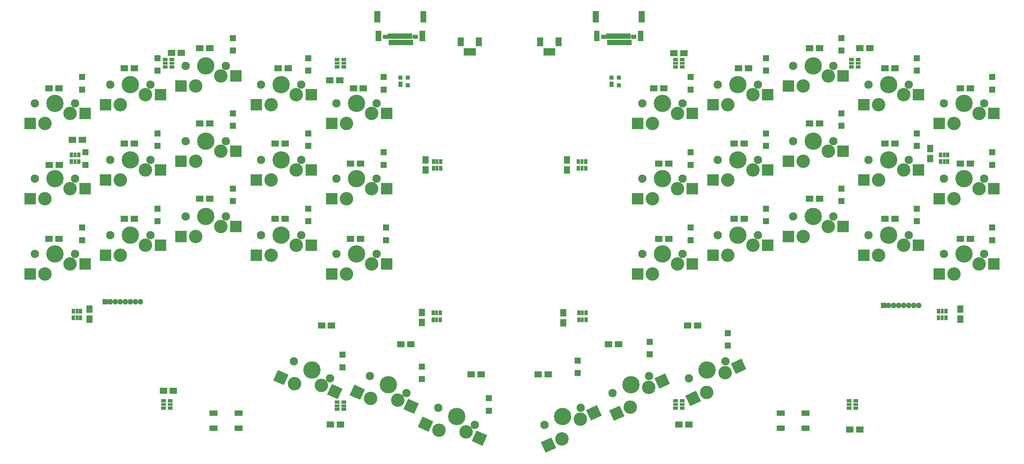
<source format=gbr>
G04 #@! TF.GenerationSoftware,KiCad,Pcbnew,(5.0.0)*
G04 #@! TF.CreationDate,2018-09-12T15:38:26+02:00*
G04 #@! TF.ProjectId,FNH35_rev1,464E4833355F726576312E6B69636164,rev?*
G04 #@! TF.SameCoordinates,Original*
G04 #@! TF.FileFunction,Soldermask,Bot*
G04 #@! TF.FilePolarity,Negative*
%FSLAX46Y46*%
G04 Gerber Fmt 4.6, Leading zero omitted, Abs format (unit mm)*
G04 Created by KiCad (PCBNEW (5.0.0)) date 09/12/18 15:38:26*
%MOMM*%
%LPD*%
G01*
G04 APERTURE LIST*
%ADD10C,0.100000*%
%ADD11R,2.950000X2.900000*%
%ADD12C,2.101800*%
%ADD13C,4.387800*%
%ADD14C,3.400000*%
%ADD15C,1.100000*%
%ADD16R,0.500000X0.500000*%
%ADD17C,0.950000*%
%ADD18R,0.670000X1.350000*%
%ADD19R,0.900000X1.200000*%
%ADD20R,0.700000X1.200000*%
%ADD21R,1.900000X1.650000*%
%ADD22R,1.200000X0.900000*%
%ADD23R,1.200000X0.700000*%
%ADD24C,2.900000*%
%ADD25R,1.650000X1.900000*%
%ADD26R,1.600000X1.600000*%
%ADD27R,2.100000X1.400000*%
%ADD28O,1.400000X1.400000*%
%ADD29R,1.400000X1.400000*%
%ADD30R,1.000000X1.400000*%
%ADD31R,1.000000X1.000000*%
%ADD32R,1.000000X1.950000*%
%ADD33R,1.600000X2.200000*%
G04 APERTURE END LIST*
D10*
G04 #@! TO.C,J102*
G36*
X-18014810Y-22331000D02*
X-16499750Y-22331000D01*
X-16499750Y-19516640D01*
X-18014810Y-19516640D01*
X-18014810Y-22331000D01*
G37*
G36*
X-6381910Y-22331000D02*
X-4899750Y-22331000D01*
X-4899750Y-19508930D01*
X-6381910Y-19508930D01*
X-6381910Y-22331000D01*
G37*
G36*
X-17706640Y-27081000D02*
X-16299750Y-27081000D01*
X-16299750Y-24479560D01*
X-17706640Y-24479560D01*
X-17706640Y-27081000D01*
G37*
G36*
X-6589640Y-27081000D02*
X-5199750Y-27081000D01*
X-5199750Y-24478290D01*
X-6589640Y-24478290D01*
X-6589640Y-27081000D01*
G37*
G36*
X-15879070Y-26506000D02*
X-14574750Y-26506000D01*
X-14574750Y-25455683D01*
X-15879070Y-25455683D01*
X-15879070Y-26506000D01*
G37*
G36*
X-8315570Y-26506000D02*
X-7024750Y-26506000D01*
X-7024750Y-25455046D01*
X-8315570Y-25455046D01*
X-8315570Y-26506000D01*
G37*
G04 #@! TO.C,J3*
G36*
X46853930Y-26506000D02*
X48144750Y-26506000D01*
X48144750Y-25455046D01*
X46853930Y-25455046D01*
X46853930Y-26506000D01*
G37*
G36*
X39290430Y-26506000D02*
X40594750Y-26506000D01*
X40594750Y-25455683D01*
X39290430Y-25455683D01*
X39290430Y-26506000D01*
G37*
G36*
X48579860Y-27081000D02*
X49969750Y-27081000D01*
X49969750Y-24478290D01*
X48579860Y-24478290D01*
X48579860Y-27081000D01*
G37*
G36*
X37462860Y-27081000D02*
X38869750Y-27081000D01*
X38869750Y-24479560D01*
X37462860Y-24479560D01*
X37462860Y-27081000D01*
G37*
G36*
X48787590Y-22331000D02*
X50269750Y-22331000D01*
X50269750Y-19508930D01*
X48787590Y-19508930D01*
X48787590Y-22331000D01*
G37*
G36*
X37154690Y-22331000D02*
X38669750Y-22331000D01*
X38669750Y-19516640D01*
X37154690Y-19516640D01*
X37154690Y-22331000D01*
G37*
G04 #@! TD*
D11*
G04 #@! TO.C,K209*
X-53038750Y-35877500D03*
D12*
X-55518750Y-33337500D03*
X-65678750Y-33337500D03*
D13*
X-60598750Y-33337500D03*
D14*
X-56788750Y-35877500D03*
X-63138750Y-38417500D03*
D11*
X-66888750Y-38417500D03*
G04 #@! TD*
G04 #@! TO.C,K213*
X-72088750Y-40640000D03*
D12*
X-74568750Y-38100000D03*
X-84728750Y-38100000D03*
D13*
X-79648750Y-38100000D03*
D14*
X-75838750Y-40640000D03*
X-82188750Y-43180000D03*
D11*
X-85938750Y-43180000D03*
G04 #@! TD*
D15*
G04 #@! TO.C,J102*
X-17249750Y-20931000D03*
D16*
X-17249750Y-22131000D03*
D15*
X-5649750Y-20931000D03*
D16*
X-5649750Y-22131000D03*
X-17053750Y-26774000D03*
D15*
X-16999750Y-25781000D03*
D16*
X-5953750Y-26774000D03*
D15*
X-5899750Y-25781000D03*
D16*
X-15686750Y-25981000D03*
D17*
X-15224750Y-25981000D03*
D16*
X-8136750Y-25981000D03*
D17*
X-7674750Y-25981000D03*
D18*
X-14324750Y-25806000D03*
X-14074750Y-27406000D03*
X-13574750Y-27406000D03*
X-13074750Y-27406000D03*
X-12574750Y-27406000D03*
X-12074750Y-27406000D03*
X-11574750Y-27406000D03*
X-11074750Y-27406000D03*
X-10574750Y-27406000D03*
X-10074750Y-27406000D03*
X-9574750Y-27406000D03*
X-9074750Y-27406000D03*
X-8574750Y-27406000D03*
X-8824750Y-25806000D03*
X-9324750Y-25806000D03*
X-9824750Y-25806000D03*
X-10324750Y-25806000D03*
X-10824750Y-25806000D03*
X-11324750Y-25806000D03*
X-11824750Y-25806000D03*
X-12324750Y-25806000D03*
X-12824750Y-25806000D03*
X-13324750Y-25806000D03*
X-13824750Y-25806000D03*
G04 #@! TD*
D11*
G04 #@! TO.C,K214*
X-85938750Y-62230000D03*
D14*
X-82188750Y-62230000D03*
X-75838750Y-59690000D03*
D13*
X-79648750Y-57150000D03*
D12*
X-84728750Y-57150000D03*
X-74568750Y-57150000D03*
D11*
X-72088750Y-59690000D03*
G04 #@! TD*
D19*
G04 #@! TO.C,DR408*
X-94083537Y-97101015D03*
D20*
X-93183537Y-97101015D03*
D19*
X-92283537Y-97101015D03*
X-92283537Y-95401015D03*
D20*
X-93183537Y-95401015D03*
D19*
X-94083537Y-95401015D03*
G04 #@! TD*
D21*
G04 #@! TO.C,CB306*
X-40616250Y-72072500D03*
X-43116250Y-72072500D03*
G04 #@! TD*
G04 #@! TO.C,CU404*
X-29146250Y-124142500D03*
X-26646250Y-124142500D03*
G04 #@! TD*
G04 #@! TO.C,CB312*
X-62166250Y-47942500D03*
X-59666250Y-47942500D03*
G04 #@! TD*
D11*
G04 #@! TO.C,K203*
X-28788750Y-86042500D03*
D14*
X-25038750Y-86042500D03*
X-18688750Y-83502500D03*
D13*
X-22498750Y-80962500D03*
D12*
X-27578750Y-80962500D03*
X-17418750Y-80962500D03*
D11*
X-14938750Y-83502500D03*
G04 #@! TD*
D22*
G04 #@! TO.C,DR406*
X-71347500Y-119962500D03*
D23*
X-71347500Y-119062500D03*
D22*
X-71347500Y-118162500D03*
X-69647500Y-118162500D03*
D23*
X-69647500Y-119062500D03*
D22*
X-69647500Y-119962500D03*
G04 #@! TD*
D11*
G04 #@! TO.C,K215*
X-85938750Y-81280000D03*
D14*
X-82188750Y-81280000D03*
X-75838750Y-78740000D03*
D13*
X-79648750Y-76200000D03*
D12*
X-84728750Y-76200000D03*
X-74568750Y-76200000D03*
D11*
X-72088750Y-78740000D03*
G04 #@! TD*
G04 #@! TO.C,K216*
X-91138750Y-45402500D03*
D12*
X-93618750Y-42862500D03*
X-103778750Y-42862500D03*
D13*
X-98698750Y-42862500D03*
D14*
X-94888750Y-45402500D03*
X-101238750Y-47942500D03*
D11*
X-104988750Y-47942500D03*
G04 #@! TD*
D21*
G04 #@! TO.C,CU407*
X-100151250Y-58420000D03*
X-97651250Y-58420000D03*
G04 #@! TD*
D19*
G04 #@! TO.C,DR407*
X-94571250Y-55926250D03*
D20*
X-93671250Y-55926250D03*
D19*
X-92771250Y-55926250D03*
X-92771250Y-57626250D03*
D20*
X-93671250Y-57626250D03*
D19*
X-94571250Y-57626250D03*
G04 #@! TD*
D21*
G04 #@! TO.C,CB303*
X8913750Y-111442500D03*
X6413750Y-111442500D03*
G04 #@! TD*
D24*
G04 #@! TO.C,K204*
X8529256Y-127574511D03*
D10*
G36*
X10478856Y-126883727D02*
X9253264Y-129512019D01*
X6579656Y-128265295D01*
X7805248Y-125637003D01*
X10478856Y-126883727D01*
X10478856Y-126883727D01*
G37*
D12*
X7355064Y-124224396D03*
X-1853024Y-119930594D03*
D13*
X2751020Y-122077495D03*
D14*
X5130602Y-125989692D03*
X-1697903Y-125608088D03*
D24*
X-5096557Y-124023270D03*
D10*
G36*
X-3146957Y-123332486D02*
X-4372549Y-125960778D01*
X-7046157Y-124714054D01*
X-5820565Y-122085762D01*
X-3146957Y-123332486D01*
X-3146957Y-123332486D01*
G37*
G04 #@! TD*
D21*
G04 #@! TO.C,CU406*
X-71311250Y-115570000D03*
X-68811250Y-115570000D03*
G04 #@! TD*
G04 #@! TO.C,CB314*
X-78716250Y-72072500D03*
X-81216250Y-72072500D03*
G04 #@! TD*
G04 #@! TO.C,CB309*
X-62166250Y-28892500D03*
X-59666250Y-28892500D03*
G04 #@! TD*
G04 #@! TO.C,CB305*
X-39811250Y-33972500D03*
X-42311250Y-33972500D03*
G04 #@! TD*
D25*
G04 #@! TO.C,CU408*
X-90061250Y-97432500D03*
X-90061250Y-94932500D03*
G04 #@! TD*
D21*
G04 #@! TO.C,CB301*
X-20811250Y-39050000D03*
X-23311250Y-39050000D03*
G04 #@! TD*
D11*
G04 #@! TO.C,K211*
X-53038750Y-73977500D03*
D12*
X-55518750Y-71437500D03*
X-65678750Y-71437500D03*
D13*
X-60598750Y-71437500D03*
D14*
X-56788750Y-73977500D03*
X-63138750Y-76517500D03*
D11*
X-66888750Y-76517500D03*
G04 #@! TD*
D21*
G04 #@! TO.C,CB302*
X-24066250Y-77152500D03*
X-21566250Y-77152500D03*
G04 #@! TD*
G04 #@! TO.C,CU405*
X-69311250Y-30050000D03*
X-66811250Y-30050000D03*
G04 #@! TD*
G04 #@! TO.C,CU403*
X-26811250Y-37050000D03*
X-29311250Y-37050000D03*
G04 #@! TD*
G04 #@! TO.C,CB308*
X-40616250Y-53022500D03*
X-43116250Y-53022500D03*
G04 #@! TD*
G04 #@! TO.C,CB304*
X-24066250Y-58102500D03*
X-21566250Y-58102500D03*
G04 #@! TD*
D26*
G04 #@! TO.C,DS216*
X-91842500Y-36207500D03*
X-91842500Y-39357500D03*
G04 #@! TD*
D11*
G04 #@! TO.C,K210*
X-66888750Y-57467500D03*
D14*
X-63138750Y-57467500D03*
X-56788750Y-54927500D03*
D13*
X-60598750Y-52387500D03*
D12*
X-65678750Y-52387500D03*
X-55518750Y-52387500D03*
D11*
X-53038750Y-54927500D03*
G04 #@! TD*
D22*
G04 #@! TO.C,DR404*
X-25776250Y-120280000D03*
D23*
X-25776250Y-119380000D03*
D22*
X-25776250Y-118480000D03*
X-27476250Y-118480000D03*
D23*
X-27476250Y-119380000D03*
D22*
X-27476250Y-120280000D03*
G04 #@! TD*
D11*
G04 #@! TO.C,K207*
X-33988750Y-78740000D03*
D12*
X-36468750Y-76200000D03*
X-46628750Y-76200000D03*
D13*
X-41548750Y-76200000D03*
D14*
X-37738750Y-78740000D03*
X-44088750Y-81280000D03*
D11*
X-47838750Y-81280000D03*
G04 #@! TD*
G04 #@! TO.C,K202*
X-14938750Y-64452500D03*
D12*
X-17418750Y-61912500D03*
X-27578750Y-61912500D03*
D13*
X-22498750Y-61912500D03*
D14*
X-18688750Y-64452500D03*
X-25038750Y-66992500D03*
D11*
X-28788750Y-66992500D03*
G04 #@! TD*
D21*
G04 #@! TO.C,CB310*
X-62166250Y-66992500D03*
X-59666250Y-66992500D03*
G04 #@! TD*
D11*
G04 #@! TO.C,K206*
X-33988750Y-59690000D03*
D12*
X-36468750Y-57150000D03*
X-46628750Y-57150000D03*
D13*
X-41548750Y-57150000D03*
D14*
X-37738750Y-59690000D03*
X-44088750Y-62230000D03*
D11*
X-47838750Y-62230000D03*
G04 #@! TD*
G04 #@! TO.C,K205*
X-47838750Y-43180000D03*
D14*
X-44088750Y-43180000D03*
X-37738750Y-40640000D03*
D13*
X-41548750Y-38100000D03*
D12*
X-46628750Y-38100000D03*
X-36468750Y-38100000D03*
D11*
X-33988750Y-40640000D03*
G04 #@! TD*
D21*
G04 #@! TO.C,CB307*
X-11366250Y-103822500D03*
X-8866250Y-103822500D03*
G04 #@! TD*
D11*
G04 #@! TO.C,K218*
X-91138750Y-83502500D03*
D12*
X-93618750Y-80962500D03*
X-103778750Y-80962500D03*
D13*
X-98698750Y-80962500D03*
D14*
X-94888750Y-83502500D03*
X-101238750Y-86042500D03*
D11*
X-104988750Y-86042500D03*
G04 #@! TD*
D26*
G04 #@! TO.C,DS217*
X-91061250Y-58407500D03*
X-91061250Y-55257500D03*
G04 #@! TD*
D22*
G04 #@! TO.C,DR403*
X-25776250Y-31802500D03*
D23*
X-25776250Y-32702500D03*
D22*
X-25776250Y-33602500D03*
X-27476250Y-33602500D03*
D23*
X-27476250Y-32702500D03*
D22*
X-27476250Y-31802500D03*
G04 #@! TD*
D26*
G04 #@! TO.C,DS208*
X-6061250Y-112625000D03*
X-6061250Y-109475000D03*
G04 #@! TD*
G04 #@! TO.C,DS215*
X-72792500Y-72682500D03*
X-72792500Y-69532500D03*
G04 #@! TD*
G04 #@! TO.C,DS203*
X-15061250Y-74307500D03*
X-15061250Y-77457500D03*
G04 #@! TD*
G04 #@! TO.C,DS218*
X-91842500Y-77457500D03*
X-91842500Y-74307500D03*
G04 #@! TD*
G04 #@! TO.C,DS204*
X10938750Y-117475000D03*
X10938750Y-120625000D03*
G04 #@! TD*
G04 #@! TO.C,DS214*
X-72792500Y-50482500D03*
X-72792500Y-53632500D03*
G04 #@! TD*
G04 #@! TO.C,DS206*
X-34692500Y-50482500D03*
X-34692500Y-53632500D03*
G04 #@! TD*
G04 #@! TO.C,DS210*
X-53742500Y-48552500D03*
X-53742500Y-45402500D03*
G04 #@! TD*
G04 #@! TO.C,DS213*
X-72792500Y-31432500D03*
X-72792500Y-34582500D03*
G04 #@! TD*
G04 #@! TO.C,DS205*
X-34692500Y-31432500D03*
X-34692500Y-34582500D03*
G04 #@! TD*
D22*
G04 #@! TO.C,DR405*
X-70911250Y-31802500D03*
D23*
X-70911250Y-32702500D03*
D22*
X-70911250Y-33602500D03*
X-69211250Y-33602500D03*
D23*
X-69211250Y-32702500D03*
D22*
X-69211250Y-31802500D03*
G04 #@! TD*
D26*
G04 #@! TO.C,DS202*
X-15642500Y-58407500D03*
X-15642500Y-55257500D03*
G04 #@! TD*
D27*
G04 #@! TO.C,SW101*
X-52368750Y-121290000D03*
X-58668750Y-121290000D03*
X-52368750Y-125090000D03*
X-58668750Y-125090000D03*
G04 #@! TD*
D26*
G04 #@! TO.C,DS201*
X-15642500Y-39357500D03*
X-15642500Y-36207500D03*
G04 #@! TD*
G04 #@! TO.C,DS209*
X-53742500Y-29502500D03*
X-53742500Y-26352500D03*
G04 #@! TD*
G04 #@! TO.C,DS207*
X-34692500Y-72682500D03*
X-34692500Y-69532500D03*
G04 #@! TD*
G04 #@! TO.C,DS211*
X-53742500Y-64452500D03*
X-53742500Y-67602500D03*
G04 #@! TD*
G04 #@! TO.C,DS212*
X-26061250Y-106475000D03*
X-26061250Y-109625000D03*
G04 #@! TD*
D28*
G04 #@! TO.C,J103*
X-77171250Y-93050000D03*
X-78441250Y-93050000D03*
X-79711250Y-93050000D03*
X-80981250Y-93050000D03*
X-82251250Y-93050000D03*
X-83521250Y-93050000D03*
X-84791250Y-93050000D03*
D29*
X-86061250Y-93050000D03*
G04 #@! TD*
D30*
G04 #@! TO.C,D101*
X-11478750Y-38040000D03*
D31*
X-11478750Y-36340000D03*
X-9578750Y-36340000D03*
X-9578750Y-38240000D03*
G04 #@! TD*
D19*
G04 #@! TO.C,DR401*
X-1278750Y-57570000D03*
D20*
X-2178750Y-57570000D03*
D19*
X-3078750Y-57570000D03*
X-3078750Y-59270000D03*
D20*
X-2178750Y-59270000D03*
D19*
X-1278750Y-59270000D03*
G04 #@! TD*
D21*
G04 #@! TO.C,CB311*
X-28868750Y-99060000D03*
X-31368750Y-99060000D03*
G04 #@! TD*
D25*
G04 #@! TO.C,CU401*
X-5061250Y-57170000D03*
X-5061250Y-59670000D03*
G04 #@! TD*
D32*
G04 #@! TO.C,J101*
X7076250Y-29837500D03*
X6076250Y-29837500D03*
X5076250Y-29837500D03*
D33*
X8376250Y-27312500D03*
X3776250Y-27312500D03*
G04 #@! TD*
D11*
G04 #@! TO.C,K217*
X-104988750Y-66992500D03*
D14*
X-101238750Y-66992500D03*
X-94888750Y-64452500D03*
D13*
X-98698750Y-61912500D03*
D12*
X-103778750Y-61912500D03*
X-93618750Y-61912500D03*
D11*
X-91138750Y-64452500D03*
G04 #@! TD*
D24*
G04 #@! TO.C,K208*
X-22361721Y-115972392D03*
D10*
G36*
X-20412121Y-115281608D02*
X-21637713Y-117909900D01*
X-24311321Y-116663176D01*
X-23085729Y-114034884D01*
X-20412121Y-115281608D01*
X-20412121Y-115281608D01*
G37*
D14*
X-18963067Y-117557210D03*
X-12134562Y-117938814D03*
D13*
X-14514144Y-114026617D03*
D12*
X-19118188Y-111879716D03*
X-9910100Y-116173518D03*
D24*
X-8735908Y-119523633D03*
D10*
G36*
X-6786308Y-118832849D02*
X-8011900Y-121461141D01*
X-10685508Y-120214417D01*
X-9459916Y-117586125D01*
X-6786308Y-118832849D01*
X-6786308Y-118832849D01*
G37*
G04 #@! TD*
D21*
G04 #@! TO.C,CB315*
X-78716250Y-53022500D03*
X-81216250Y-53022500D03*
G04 #@! TD*
G04 #@! TO.C,CB317*
X-97766250Y-77152500D03*
X-100266250Y-77152500D03*
G04 #@! TD*
G04 #@! TO.C,CB313*
X-78716250Y-33972500D03*
X-81216250Y-33972500D03*
G04 #@! TD*
D25*
G04 #@! TO.C,CU402*
X-6061250Y-98300000D03*
X-6061250Y-95800000D03*
G04 #@! TD*
D21*
G04 #@! TO.C,CB318*
X-94311250Y-52050000D03*
X-91811250Y-52050000D03*
G04 #@! TD*
G04 #@! TO.C,CB316*
X-100266250Y-39052500D03*
X-97766250Y-39052500D03*
G04 #@! TD*
D24*
G04 #@! TO.C,K212*
X-28013790Y-115789046D03*
D10*
G36*
X-26064190Y-115098262D02*
X-27289782Y-117726554D01*
X-29963390Y-116479830D01*
X-28737798Y-113851538D01*
X-26064190Y-115098262D01*
X-26064190Y-115098262D01*
G37*
D12*
X-29187982Y-112438931D03*
X-38396070Y-108145129D03*
D13*
X-33792026Y-110292030D03*
D14*
X-31412444Y-114204227D03*
X-38240949Y-113822623D03*
D24*
X-41639603Y-112237805D03*
D10*
G36*
X-39690003Y-111547021D02*
X-40915595Y-114175313D01*
X-43589203Y-112928589D01*
X-42363611Y-110300297D01*
X-39690003Y-111547021D01*
X-39690003Y-111547021D01*
G37*
G04 #@! TD*
D19*
G04 #@! TO.C,DR402*
X-1383981Y-97592745D03*
D20*
X-2283981Y-97592745D03*
D19*
X-3183981Y-97592745D03*
X-3183981Y-95892745D03*
D20*
X-2283981Y-95892745D03*
D19*
X-1383981Y-95892745D03*
G04 #@! TD*
D11*
G04 #@! TO.C,K201*
X-28788750Y-47942500D03*
D14*
X-25038750Y-47942500D03*
X-18688750Y-45402500D03*
D13*
X-22498750Y-42862500D03*
D12*
X-27578750Y-42862500D03*
X-17418750Y-42862500D03*
D11*
X-14938750Y-45402500D03*
G04 #@! TD*
G04 #@! TO.C,K1*
X138528750Y-64452500D03*
D12*
X136048750Y-61912500D03*
X125888750Y-61912500D03*
D13*
X130968750Y-61912500D03*
D14*
X134778750Y-64452500D03*
X128428750Y-66992500D03*
D11*
X124678750Y-66992500D03*
G04 #@! TD*
D21*
G04 #@! TO.C,CB0*
X130036250Y-39052500D03*
X132536250Y-39052500D03*
G04 #@! TD*
D33*
G04 #@! TO.C,J1*
X23893750Y-27312500D03*
X28493750Y-27312500D03*
D32*
X25193750Y-29837500D03*
X26193750Y-29837500D03*
X27193750Y-29837500D03*
G04 #@! TD*
D11*
G04 #@! TO.C,K40*
X62328750Y-45402500D03*
D12*
X59848750Y-42862500D03*
X49688750Y-42862500D03*
D13*
X54768750Y-42862500D03*
D14*
X58578750Y-45402500D03*
X52228750Y-47942500D03*
D11*
X48478750Y-47942500D03*
G04 #@! TD*
G04 #@! TO.C,K20*
X86578750Y-38417500D03*
D14*
X90328750Y-38417500D03*
X96678750Y-35877500D03*
D13*
X92868750Y-33337500D03*
D12*
X87788750Y-33337500D03*
X97948750Y-33337500D03*
D11*
X100428750Y-35877500D03*
G04 #@! TD*
D19*
G04 #@! TO.C,DU7*
X35453981Y-95892745D03*
D20*
X34553981Y-95892745D03*
D19*
X33653981Y-95892745D03*
X33653981Y-97592745D03*
D20*
X34553981Y-97592745D03*
D19*
X35453981Y-97592745D03*
G04 #@! TD*
D24*
G04 #@! TO.C,K23*
X62508251Y-117554342D03*
D10*
G36*
X63232259Y-115616834D02*
X64457851Y-118245126D01*
X61784243Y-119491850D01*
X60558651Y-116863558D01*
X63232259Y-115616834D01*
X63232259Y-115616834D01*
G37*
D14*
X65906905Y-115969524D03*
X70588509Y-110983876D03*
D13*
X66062026Y-110292030D03*
D12*
X61457982Y-112438931D03*
X70666070Y-108145129D03*
D24*
X73987163Y-109399058D03*
D10*
G36*
X74711171Y-107461550D02*
X75936763Y-110089842D01*
X73263155Y-111336566D01*
X72037563Y-108708274D01*
X74711171Y-107461550D01*
X74711171Y-107461550D01*
G37*
G04 #@! TD*
D24*
G04 #@! TO.C,K33*
X54709281Y-113133645D03*
D10*
G36*
X55433289Y-111196137D02*
X56658881Y-113824429D01*
X53985273Y-115071153D01*
X52759681Y-112442861D01*
X55433289Y-111196137D01*
X55433289Y-111196137D01*
G37*
D12*
X51388188Y-111879716D03*
X42180100Y-116173518D03*
D13*
X46784144Y-114026617D03*
D14*
X51310627Y-114718463D03*
X46629023Y-119704111D03*
D24*
X43230369Y-121288929D03*
D10*
G36*
X43954377Y-119351421D02*
X45179969Y-121979713D01*
X42506361Y-123226437D01*
X41280769Y-120598145D01*
X43954377Y-119351421D01*
X43954377Y-119351421D01*
G37*
G04 #@! TD*
D21*
G04 #@! TO.C,CB1*
X130036250Y-58102500D03*
X132536250Y-58102500D03*
G04 #@! TD*
D25*
G04 #@! TO.C,CU6*
X29686250Y-95892745D03*
X29686250Y-98392745D03*
G04 #@! TD*
D21*
G04 #@! TO.C,CB10*
X113486250Y-33972500D03*
X110986250Y-33972500D03*
G04 #@! TD*
G04 #@! TO.C,CB2*
X132536250Y-77152500D03*
X130036250Y-77152500D03*
G04 #@! TD*
G04 #@! TO.C,CB11*
X113486250Y-53022500D03*
X110986250Y-53022500D03*
G04 #@! TD*
G04 #@! TO.C,CB12*
X113486250Y-72072500D03*
X110986250Y-72072500D03*
G04 #@! TD*
G04 #@! TO.C,CB31*
X75386250Y-53022500D03*
X72886250Y-53022500D03*
G04 #@! TD*
G04 #@! TO.C,CB40*
X55066250Y-39052500D03*
X52566250Y-39052500D03*
G04 #@! TD*
G04 #@! TO.C,CU1*
X60166250Y-30162500D03*
X57666250Y-30162500D03*
G04 #@! TD*
G04 #@! TO.C,CB20*
X91936250Y-28892500D03*
X94436250Y-28892500D03*
G04 #@! TD*
G04 #@! TO.C,CB22*
X91936250Y-66992500D03*
X94436250Y-66992500D03*
G04 #@! TD*
G04 #@! TO.C,CB21*
X91936250Y-47942500D03*
X94436250Y-47942500D03*
G04 #@! TD*
G04 #@! TO.C,CB32*
X75386250Y-72072500D03*
X72886250Y-72072500D03*
G04 #@! TD*
G04 #@! TO.C,CU2*
X104656250Y-28892500D03*
X107156250Y-28892500D03*
G04 #@! TD*
D25*
G04 #@! TO.C,CU4*
X130016250Y-94932500D03*
X130016250Y-97432500D03*
G04 #@! TD*
D21*
G04 #@! TO.C,CB33*
X41136250Y-103822500D03*
X43636250Y-103822500D03*
G04 #@! TD*
G04 #@! TO.C,CB42*
X53836250Y-77152500D03*
X56336250Y-77152500D03*
G04 #@! TD*
G04 #@! TO.C,CU7*
X61416250Y-124142500D03*
X58916250Y-124142500D03*
G04 #@! TD*
G04 #@! TO.C,CB43*
X25856250Y-111442500D03*
X23356250Y-111442500D03*
G04 #@! TD*
D25*
G04 #@! TO.C,CU3*
X122396250Y-56812500D03*
X122396250Y-54312500D03*
G04 #@! TD*
D21*
G04 #@! TO.C,CB41*
X53836250Y-58102500D03*
X56336250Y-58102500D03*
G04 #@! TD*
G04 #@! TO.C,CU8*
X102096250Y-125412500D03*
X104596250Y-125412500D03*
G04 #@! TD*
G04 #@! TO.C,CB30*
X76511250Y-33972500D03*
X74011250Y-33972500D03*
G04 #@! TD*
D11*
G04 #@! TO.C,K22*
X86578750Y-76517500D03*
D14*
X90328750Y-76517500D03*
X96678750Y-73977500D03*
D13*
X92868750Y-71437500D03*
D12*
X87788750Y-71437500D03*
X97948750Y-71437500D03*
D11*
X100428750Y-73977500D03*
G04 #@! TD*
G04 #@! TO.C,K30*
X81378750Y-40640000D03*
D12*
X78898750Y-38100000D03*
X68738750Y-38100000D03*
D13*
X73818750Y-38100000D03*
D14*
X77628750Y-40640000D03*
X71278750Y-43180000D03*
D11*
X67528750Y-43180000D03*
G04 #@! TD*
G04 #@! TO.C,K42*
X62328750Y-83502500D03*
D12*
X59848750Y-80962500D03*
X49688750Y-80962500D03*
D13*
X54768750Y-80962500D03*
D14*
X58578750Y-83502500D03*
X52228750Y-86042500D03*
D11*
X48478750Y-86042500D03*
G04 #@! TD*
D24*
G04 #@! TO.C,K43*
X25965205Y-129339807D03*
D10*
G36*
X26689213Y-127402299D02*
X27914805Y-130030591D01*
X25241197Y-131277315D01*
X24015605Y-128649023D01*
X26689213Y-127402299D01*
X26689213Y-127402299D01*
G37*
D14*
X29363859Y-127754989D03*
X34045463Y-122769341D03*
D13*
X29518980Y-122077495D03*
D12*
X24914936Y-124224396D03*
X34123024Y-119930594D03*
D24*
X37444117Y-121184523D03*
D10*
G36*
X38168125Y-119247015D02*
X39393717Y-121875307D01*
X36720109Y-123122031D01*
X35494517Y-120493739D01*
X38168125Y-119247015D01*
X38168125Y-119247015D01*
G37*
G04 #@! TD*
D19*
G04 #@! TO.C,DU3*
X125041250Y-57626250D03*
D20*
X125941250Y-57626250D03*
D19*
X126841250Y-57626250D03*
X126841250Y-55926250D03*
D20*
X125941250Y-55926250D03*
D19*
X125041250Y-55926250D03*
G04 #@! TD*
D11*
G04 #@! TO.C,K0*
X124678750Y-47942500D03*
D14*
X128428750Y-47942500D03*
X134778750Y-45402500D03*
D13*
X130968750Y-42862500D03*
D12*
X125888750Y-42862500D03*
X136048750Y-42862500D03*
D11*
X138528750Y-45402500D03*
G04 #@! TD*
G04 #@! TO.C,K12*
X119478750Y-78740000D03*
D12*
X116998750Y-76200000D03*
X106838750Y-76200000D03*
D13*
X111918750Y-76200000D03*
D14*
X115728750Y-78740000D03*
X109378750Y-81280000D03*
D11*
X105628750Y-81280000D03*
G04 #@! TD*
D22*
G04 #@! TO.C,DU5*
X101917500Y-118162500D03*
D23*
X101917500Y-119062500D03*
D22*
X101917500Y-119962500D03*
X103617500Y-119962500D03*
D23*
X103617500Y-119062500D03*
D22*
X103617500Y-118162500D03*
G04 #@! TD*
D11*
G04 #@! TO.C,K10*
X105628750Y-43180000D03*
D14*
X109378750Y-43180000D03*
X115728750Y-40640000D03*
D13*
X111918750Y-38100000D03*
D12*
X106838750Y-38100000D03*
X116998750Y-38100000D03*
D11*
X119478750Y-40640000D03*
G04 #@! TD*
G04 #@! TO.C,K41*
X48478750Y-66992500D03*
D14*
X52228750Y-66992500D03*
X58578750Y-64452500D03*
D13*
X54768750Y-61912500D03*
D12*
X49688750Y-61912500D03*
X59848750Y-61912500D03*
D11*
X62328750Y-64452500D03*
G04 #@! TD*
G04 #@! TO.C,K31*
X67528750Y-62230000D03*
D14*
X71278750Y-62230000D03*
X77628750Y-59690000D03*
D13*
X73818750Y-57150000D03*
D12*
X68738750Y-57150000D03*
X78898750Y-57150000D03*
D11*
X81378750Y-59690000D03*
G04 #@! TD*
G04 #@! TO.C,K32*
X67528750Y-81280000D03*
D14*
X71278750Y-81280000D03*
X77628750Y-78740000D03*
D13*
X73818750Y-76200000D03*
D12*
X68738750Y-76200000D03*
X78898750Y-76200000D03*
D11*
X81378750Y-78740000D03*
G04 #@! TD*
D22*
G04 #@! TO.C,DU6*
X59746250Y-118162500D03*
D23*
X59746250Y-119062500D03*
D22*
X59746250Y-119962500D03*
X58046250Y-119962500D03*
D23*
X58046250Y-119062500D03*
D22*
X58046250Y-118162500D03*
G04 #@! TD*
D11*
G04 #@! TO.C,K2*
X124678750Y-86042500D03*
D14*
X128428750Y-86042500D03*
X134778750Y-83502500D03*
D13*
X130968750Y-80962500D03*
D12*
X125888750Y-80962500D03*
X136048750Y-80962500D03*
D11*
X138528750Y-83502500D03*
G04 #@! TD*
D18*
G04 #@! TO.C,J3*
X41344750Y-25806000D03*
X41844750Y-25806000D03*
X42344750Y-25806000D03*
X42844750Y-25806000D03*
X43344750Y-25806000D03*
X43844750Y-25806000D03*
X44344750Y-25806000D03*
X44844750Y-25806000D03*
X45344750Y-25806000D03*
X45844750Y-25806000D03*
X46344750Y-25806000D03*
X46594750Y-27406000D03*
X46094750Y-27406000D03*
X45594750Y-27406000D03*
X45094750Y-27406000D03*
X44594750Y-27406000D03*
X44094750Y-27406000D03*
X43594750Y-27406000D03*
X43094750Y-27406000D03*
X42594750Y-27406000D03*
X42094750Y-27406000D03*
X41594750Y-27406000D03*
X41094750Y-27406000D03*
X40844750Y-25806000D03*
D17*
X47494750Y-25981000D03*
D16*
X47032750Y-25981000D03*
D17*
X39944750Y-25981000D03*
D16*
X39482750Y-25981000D03*
D15*
X49269750Y-25781000D03*
D16*
X49215750Y-26774000D03*
D15*
X38169750Y-25781000D03*
D16*
X38115750Y-26774000D03*
X49519750Y-22131000D03*
D15*
X49519750Y-20931000D03*
D16*
X37919750Y-22131000D03*
D15*
X37919750Y-20931000D03*
G04 #@! TD*
D19*
G04 #@! TO.C,DU4*
X124553537Y-95401015D03*
D20*
X125453537Y-95401015D03*
D19*
X126353537Y-95401015D03*
X126353537Y-97101015D03*
D20*
X125453537Y-97101015D03*
D19*
X124553537Y-97101015D03*
G04 #@! TD*
D11*
G04 #@! TO.C,K21*
X100428750Y-54927500D03*
D12*
X97948750Y-52387500D03*
X87788750Y-52387500D03*
D13*
X92868750Y-52387500D03*
D14*
X96678750Y-54927500D03*
X90328750Y-57467500D03*
D11*
X86578750Y-57467500D03*
G04 #@! TD*
G04 #@! TO.C,K11*
X119478750Y-59690000D03*
D12*
X116998750Y-57150000D03*
X106838750Y-57150000D03*
D13*
X111918750Y-57150000D03*
D14*
X115728750Y-59690000D03*
X109378750Y-62230000D03*
D11*
X105628750Y-62230000D03*
G04 #@! TD*
D26*
G04 #@! TO.C,DS0*
X138112500Y-39357500D03*
X138112500Y-36207500D03*
G04 #@! TD*
D25*
G04 #@! TO.C,CU5*
X30618750Y-59670000D03*
X30618750Y-57170000D03*
G04 #@! TD*
D31*
G04 #@! TO.C,D1*
X43748750Y-38240000D03*
X43748750Y-36340000D03*
X41848750Y-36340000D03*
D30*
X41848750Y-38040000D03*
G04 #@! TD*
D19*
G04 #@! TO.C,DU8*
X35348750Y-59270000D03*
D20*
X34448750Y-59270000D03*
D19*
X33548750Y-59270000D03*
X33548750Y-57570000D03*
D20*
X34448750Y-57570000D03*
D19*
X35348750Y-57570000D03*
G04 #@! TD*
D29*
G04 #@! TO.C,J2*
X110648750Y-93980000D03*
D28*
X111918750Y-93980000D03*
X113188750Y-93980000D03*
X114458750Y-93980000D03*
X115728750Y-93980000D03*
X116998750Y-93980000D03*
X118268750Y-93980000D03*
X119538750Y-93980000D03*
G04 #@! TD*
D21*
G04 #@! TO.C,CB23*
X63638750Y-99060000D03*
X61138750Y-99060000D03*
G04 #@! TD*
D26*
G04 #@! TO.C,DS23*
X71278750Y-104140000D03*
X71278750Y-100990000D03*
G04 #@! TD*
D27*
G04 #@! TO.C,SW1*
X90938750Y-121290000D03*
X84638750Y-121290000D03*
X90938750Y-125090000D03*
X84638750Y-125090000D03*
G04 #@! TD*
D26*
G04 #@! TO.C,DS21*
X100012500Y-45402500D03*
X100012500Y-48552500D03*
G04 #@! TD*
G04 #@! TO.C,DS22*
X100012500Y-67602500D03*
X100012500Y-64452500D03*
G04 #@! TD*
G04 #@! TO.C,DS32*
X80962500Y-69532500D03*
X80962500Y-72682500D03*
G04 #@! TD*
G04 #@! TO.C,DS33*
X51581250Y-103200000D03*
X51581250Y-106350000D03*
G04 #@! TD*
G04 #@! TO.C,DS20*
X100012500Y-26352500D03*
X100012500Y-29502500D03*
G04 #@! TD*
G04 #@! TO.C,DS40*
X61912500Y-36207500D03*
X61912500Y-39357500D03*
G04 #@! TD*
G04 #@! TO.C,DS12*
X119062500Y-69532500D03*
X119062500Y-72682500D03*
G04 #@! TD*
G04 #@! TO.C,DS41*
X61912500Y-55257500D03*
X61912500Y-58407500D03*
G04 #@! TD*
D22*
G04 #@! TO.C,DU1*
X59746250Y-33602500D03*
D23*
X59746250Y-32702500D03*
D22*
X59746250Y-31802500D03*
X58046250Y-31802500D03*
D23*
X58046250Y-32702500D03*
D22*
X58046250Y-33602500D03*
G04 #@! TD*
G04 #@! TO.C,DU2*
X102496250Y-33602500D03*
D23*
X102496250Y-32702500D03*
D22*
X102496250Y-31802500D03*
X104196250Y-31802500D03*
D23*
X104196250Y-32702500D03*
D22*
X104196250Y-33602500D03*
G04 #@! TD*
D26*
G04 #@! TO.C,DS30*
X80962500Y-34582500D03*
X80962500Y-31432500D03*
G04 #@! TD*
G04 #@! TO.C,DS10*
X119062500Y-34582500D03*
X119062500Y-31432500D03*
G04 #@! TD*
G04 #@! TO.C,DS31*
X80962500Y-53632500D03*
X80962500Y-50482500D03*
G04 #@! TD*
G04 #@! TO.C,DS11*
X119062500Y-53632500D03*
X119062500Y-50482500D03*
G04 #@! TD*
G04 #@! TO.C,DS43*
X33337500Y-111112500D03*
X33337500Y-107962500D03*
G04 #@! TD*
G04 #@! TO.C,DS2*
X138112500Y-77457500D03*
X138112500Y-74307500D03*
G04 #@! TD*
G04 #@! TO.C,DS42*
X61912500Y-77457500D03*
X61912500Y-74307500D03*
G04 #@! TD*
G04 #@! TO.C,DS1*
X138112500Y-55257500D03*
X138112500Y-58407500D03*
G04 #@! TD*
M02*

</source>
